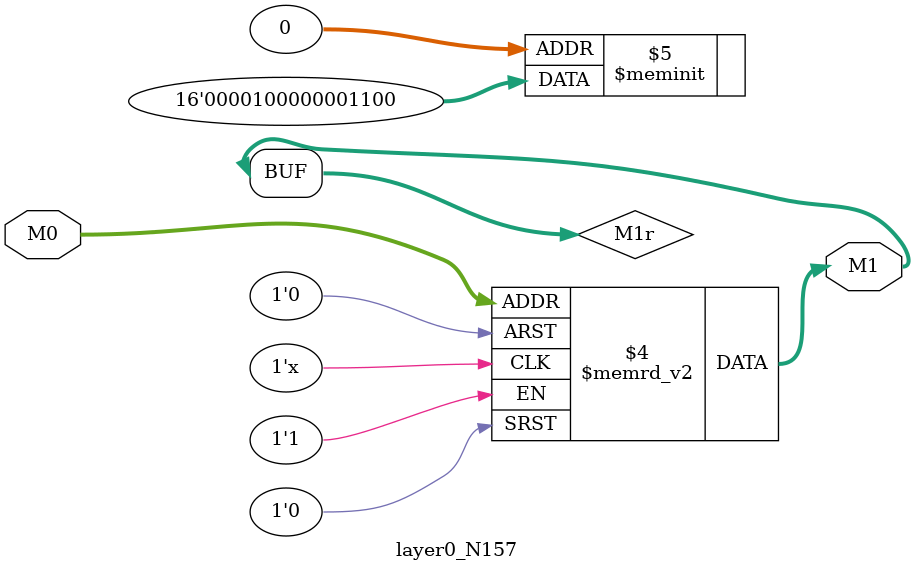
<source format=v>
module layer0_N157 ( input [2:0] M0, output [1:0] M1 );

	(*rom_style = "distributed" *) reg [1:0] M1r;
	assign M1 = M1r;
	always @ (M0) begin
		case (M0)
			3'b000: M1r = 2'b00;
			3'b100: M1r = 2'b00;
			3'b010: M1r = 2'b00;
			3'b110: M1r = 2'b00;
			3'b001: M1r = 2'b11;
			3'b101: M1r = 2'b10;
			3'b011: M1r = 2'b00;
			3'b111: M1r = 2'b00;

		endcase
	end
endmodule

</source>
